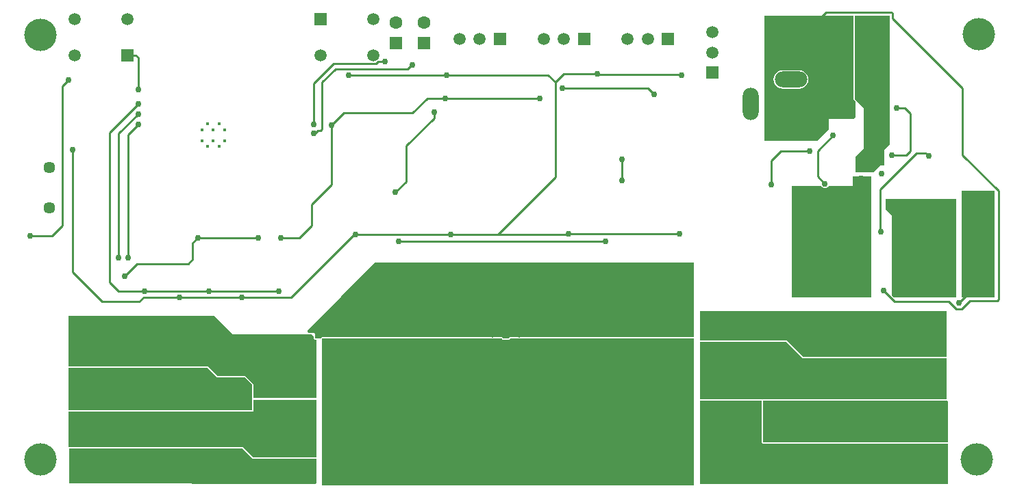
<source format=gbl>
G04*
G04 #@! TF.GenerationSoftware,Altium Limited,Altium Designer,25.8.1 (18)*
G04*
G04 Layer_Physical_Order=4*
G04 Layer_Color=16711680*
%FSLAX25Y25*%
%MOIN*%
G70*
G04*
G04 #@! TF.SameCoordinates,84D38476-EC8B-4E85-A8E5-E5852804B053*
G04*
G04*
G04 #@! TF.FilePolarity,Positive*
G04*
G01*
G75*
%ADD94C,0.09646*%
%ADD95R,0.09646X0.09646*%
%ADD104C,0.01000*%
%ADD105C,0.08268*%
%ADD106R,0.05937X0.05937*%
%ADD107C,0.05898*%
%ADD108R,0.05898X0.05898*%
%ADD109C,0.21323*%
%ADD110R,0.05937X0.05937*%
%ADD111O,0.15748X0.07874*%
%ADD112O,0.07874X0.15748*%
%ADD113R,0.06319X0.06319*%
%ADD114O,0.17717X0.07874*%
%ADD115R,0.19354X0.19354*%
%ADD116C,0.06319*%
%ADD117C,0.05937*%
%ADD118C,0.01575*%
%ADD119C,0.05709*%
%ADD120C,0.03000*%
%ADD121C,0.15748*%
G36*
X408282Y188618D02*
X408470Y188166D01*
X409306Y187330D01*
X409375Y179822D01*
X408416Y178855D01*
X396422D01*
Y173855D01*
X390922Y168355D01*
X364922D01*
Y229355D01*
X408282D01*
Y188618D01*
D02*
G37*
G36*
X425922Y166355D02*
X423422Y163855D01*
Y156355D01*
X421422D01*
X418422Y153355D01*
Y152855D01*
X409422D01*
Y160570D01*
X413422Y164570D01*
Y184118D01*
X408922Y188618D01*
Y229355D01*
X425922D01*
Y166355D01*
D02*
G37*
G36*
X416922Y91855D02*
X378422D01*
Y146355D01*
X392573D01*
X392649Y146171D01*
X393237Y145582D01*
X394006Y145264D01*
X394837D01*
X395606Y145582D01*
X396194Y146171D01*
X396270Y146355D01*
X407922D01*
Y150855D01*
X416922Y150855D01*
Y91855D01*
D02*
G37*
G36*
X476922D02*
X460922D01*
Y143855D01*
X476922D01*
Y91855D01*
D02*
G37*
G36*
X458422D02*
X427994D01*
X426922Y92927D01*
Y131855D01*
X423922Y134855D01*
Y139855D01*
X458422D01*
Y91855D01*
D02*
G37*
G36*
X330705Y72522D02*
X246340D01*
X246222Y72473D01*
X246095D01*
X245994Y72431D01*
X245416D01*
X245315Y72473D01*
X245188D01*
X245071Y72522D01*
X241261D01*
X241143Y72473D01*
X241016D01*
X240926Y72383D01*
X240809Y72334D01*
X240760Y72217D01*
X240670Y72127D01*
X240569Y71882D01*
X237841D01*
X237740Y72127D01*
X237650Y72217D01*
X237601Y72334D01*
X237484Y72383D01*
X237394Y72473D01*
X237267D01*
X237149Y72522D01*
X233340D01*
X233222Y72473D01*
X233095D01*
X232994Y72431D01*
X232416D01*
X232315Y72473D01*
X232188D01*
X232071Y72522D01*
X149705D01*
X149253Y72334D01*
X149066Y71882D01*
X146344D01*
Y73882D01*
X146157Y74334D01*
X145705Y74522D01*
X143058D01*
X142669Y75443D01*
X175205Y108882D01*
X330705D01*
Y72522D01*
D02*
G37*
G36*
Y382D02*
X149705D01*
Y71755D01*
X149742Y71845D01*
X149832Y71882D01*
X231944D01*
X231944Y71882D01*
X232071D01*
D01*
X232172Y71841D01*
X232172D01*
X232188Y71834D01*
X232315D01*
D01*
X232416Y71792D01*
X232994D01*
X233095Y71834D01*
X233222D01*
X233238Y71841D01*
X233238D01*
X233340Y71882D01*
X233467D01*
X233467Y71882D01*
X237022D01*
X237149D01*
D01*
X237149Y71882D01*
X237198Y71765D01*
X237198Y71765D01*
X237251Y71638D01*
X237341Y71548D01*
X237389Y71430D01*
X237507Y71382D01*
X237597Y71292D01*
X237724D01*
X237841Y71243D01*
X240569D01*
X240686Y71292D01*
X240813D01*
X240903Y71382D01*
X241021Y71430D01*
X241070Y71548D01*
X241160Y71638D01*
X241244Y71843D01*
X241261Y71882D01*
X241261Y71882D01*
X241388D01*
X244944D01*
X244944Y71882D01*
X245071D01*
D01*
X245172Y71841D01*
X245172D01*
X245188Y71834D01*
X245315D01*
D01*
X245416Y71792D01*
X245994D01*
X246095Y71834D01*
X246222D01*
X246238Y71841D01*
X246238D01*
X246340Y71882D01*
X246467D01*
X246467Y71882D01*
X330705D01*
Y382D01*
D02*
G37*
G36*
X453705Y63022D02*
X383832D01*
X383615Y63112D01*
X375892Y70834D01*
X375705Y71022D01*
X333500D01*
Y85382D01*
X453705D01*
Y63022D01*
D02*
G37*
G36*
X106205Y73882D02*
X144758Y73882D01*
X145705Y72935D01*
Y71882D01*
X145892Y71430D01*
X146344Y71243D01*
X147000D01*
Y43071D01*
X116426D01*
Y49662D01*
X112705Y53382D01*
X112253Y53570D01*
X99018D01*
X94205Y58382D01*
X26205D01*
X26197Y58390D01*
Y82882D01*
X97205D01*
X106205Y73882D01*
D02*
G37*
G36*
X383163Y62660D02*
X383281Y62611D01*
X383371Y62521D01*
X383588Y62431D01*
X383656D01*
X383705Y62382D01*
X453705D01*
Y42382D01*
X333500D01*
Y70382D01*
X375440D01*
X383163Y62660D01*
D02*
G37*
G36*
X98753Y52930D02*
X112253D01*
X115786Y49397D01*
Y42120D01*
X115753Y42086D01*
X115566Y41634D01*
Y37022D01*
X26205D01*
Y57743D01*
X93940D01*
X98753Y52930D01*
D02*
G37*
G36*
X454205Y41243D02*
Y21382D01*
X364403D01*
X364351Y21508D01*
Y41743D01*
X453705D01*
X454205Y41243D01*
D02*
G37*
G36*
X147000Y13985D02*
X116059D01*
X111162Y18882D01*
X26205D01*
Y36382D01*
X116205D01*
Y41507D01*
X116295Y41724D01*
X116453Y41882D01*
X147000D01*
Y13985D01*
D02*
G37*
G36*
X363586Y41547D02*
Y21118D01*
X363961Y20743D01*
X454205D01*
Y882D01*
X333500D01*
Y41743D01*
X334704D01*
X363586Y41547D01*
D02*
G37*
G36*
X115897Y13243D02*
X147000D01*
Y1518D01*
X146292Y811D01*
X26834Y1113D01*
X26705Y1242D01*
Y18243D01*
X110897D01*
X115897Y13243D01*
D02*
G37*
%LPC*%
G36*
X381827Y202760D02*
X373953D01*
X372771Y202604D01*
X371670Y202148D01*
X370724Y201423D01*
X369998Y200477D01*
X369542Y199375D01*
X369387Y198193D01*
X369542Y197011D01*
X369998Y195910D01*
X370724Y194964D01*
X371670Y194239D01*
X372771Y193782D01*
X373953Y193627D01*
X381827D01*
X383009Y193782D01*
X384110Y194239D01*
X385056Y194964D01*
X385782Y195910D01*
X386238Y197011D01*
X386394Y198193D01*
X386238Y199375D01*
X385782Y200477D01*
X385056Y201423D01*
X384110Y202148D01*
X383009Y202604D01*
X381827Y202760D01*
D02*
G37*
%LPD*%
D94*
X351733Y63575D02*
D03*
Y50190D02*
D03*
X128650Y49882D02*
D03*
Y63268D02*
D03*
X128677Y34575D02*
D03*
Y21190D02*
D03*
X167733Y34575D02*
D03*
X312678Y50190D02*
D03*
X167705Y63268D02*
D03*
X312678Y21190D02*
D03*
X351733D02*
D03*
Y34575D02*
D03*
D95*
X167733Y21190D02*
D03*
X312678Y63575D02*
D03*
X167705Y49882D02*
D03*
X312678Y34575D02*
D03*
D104*
X464677Y94355D02*
X465422D01*
X459705Y89382D02*
X464677Y94355D01*
X145705Y171882D02*
X146246D01*
X147661Y173297D01*
X149119D01*
X149705Y173882D01*
Y196882D01*
X156205Y203382D01*
X191463D01*
X193463Y205382D01*
X193705D01*
X162705Y200382D02*
X259705D01*
X145705Y176382D02*
Y196382D01*
X155205Y205882D01*
X176071D01*
X177071Y206882D01*
X180205D01*
X209863Y188950D02*
X255637D01*
X193705Y181882D02*
X200841Y189018D01*
X209796D01*
X255637Y188950D02*
X255705Y188882D01*
X209796Y189018D02*
X209863Y188950D01*
X235205Y122632D02*
X269705D01*
X269955Y122882D01*
X134705Y91882D02*
X165705Y122882D01*
X80205Y91882D02*
X110705D01*
X283955Y200632D02*
X324455D01*
X267205Y200882D02*
X283705D01*
X324455Y200632D02*
X324705Y200382D01*
X283705Y200882D02*
X283955Y200632D01*
X368205Y158638D02*
X372922Y163355D01*
X386922D01*
X368205Y146882D02*
Y158638D01*
X390922Y150855D02*
Y163355D01*
Y150855D02*
X394422Y147355D01*
X390922Y163355D02*
X398422Y170855D01*
X421422Y124127D02*
Y144691D01*
X458323Y86264D02*
X460831D01*
X454705Y89882D02*
X458323Y86264D01*
X460831D02*
X464922Y90355D01*
X428394Y89882D02*
X454705D01*
X422922Y95355D02*
X428394Y89882D01*
X426836Y230855D02*
X427422Y230269D01*
Y227855D02*
X461422Y193855D01*
X427422Y227855D02*
Y230269D01*
X478922Y90941D02*
Y143855D01*
X461422Y161355D02*
Y193855D01*
X464922Y90355D02*
X478336D01*
X478922Y90941D01*
X461422Y161355D02*
X478922Y143855D01*
X421422Y144691D02*
X439113Y162383D01*
X426922Y161355D02*
X433922D01*
X443394Y162383D02*
X444922Y160855D01*
X433922Y161355D02*
X435922Y163355D01*
X439113Y162383D02*
X443394D01*
X435922Y163355D02*
Y181769D01*
X433336Y184355D02*
X435922Y181769D01*
X429422Y184355D02*
X433336D01*
X421422Y124127D02*
X421693Y123855D01*
X394922Y230855D02*
X426836D01*
X391445Y227379D02*
X394922Y230855D01*
X263205Y196882D02*
X267205Y200882D01*
X50705Y171882D02*
X60205Y181382D01*
X50705Y111382D02*
Y171882D01*
X60205Y193382D02*
Y208882D01*
X59063Y210024D02*
X60205Y208882D01*
X55000Y210024D02*
X59063D01*
X23205Y194882D02*
X26205Y197882D01*
X18205Y121882D02*
X23205Y126882D01*
X7705Y121882D02*
X18205D01*
X23205Y126882D02*
Y194882D01*
X89174Y120964D02*
X118674D01*
X53705Y102382D02*
X59705Y108382D01*
X84619D01*
X86705Y110468D01*
Y118495D01*
X89174Y120964D01*
X50766Y94822D02*
X63205D01*
X46205Y99382D02*
X50766Y94822D01*
X46205Y99382D02*
Y172382D01*
X60205Y186382D01*
X186955Y119132D02*
X288455D01*
X63205Y94822D02*
X63235Y94852D01*
X94675D01*
X94705Y94882D01*
X128705D01*
X55205Y171382D02*
X60205Y176382D01*
X55205Y111382D02*
Y171382D01*
X60669Y89822D02*
X62910Y92063D01*
X42734Y89822D02*
X60669D01*
X62910Y92063D02*
X80205D01*
X28205Y104351D02*
Y163882D01*
Y104351D02*
X42734Y89822D01*
X110705Y91882D02*
X134705D01*
X165955Y122632D02*
X212455D01*
X165705Y122882D02*
X165955Y122632D01*
X212455D02*
X235205D01*
X263205Y150632D01*
Y196882D01*
X269955Y122882D02*
X323705D01*
X259705Y200382D02*
X263205Y196882D01*
X144705Y137382D02*
X154205Y146882D01*
Y175882D01*
X144705Y126882D02*
Y137382D01*
X138786Y120964D02*
X144705Y126882D01*
X129674Y120964D02*
X138786D01*
X204205Y179382D02*
Y182382D01*
X190705Y165882D02*
X204205Y179382D01*
X190705Y148382D02*
Y165882D01*
X185455Y143132D02*
X190705Y148382D01*
X308205Y193882D02*
X311205Y190882D01*
X266705Y193882D02*
X308205D01*
X295705Y148882D02*
Y159382D01*
X160205Y181882D02*
X193705D01*
X154205Y175882D02*
X160205Y181882D01*
D105*
X426205Y49382D02*
D03*
X391953D02*
D03*
X426205Y9382D02*
D03*
X391953D02*
D03*
Y29382D02*
D03*
X426205D02*
D03*
Y69382D02*
D03*
X391953D02*
D03*
X88205Y9382D02*
D03*
Y49382D02*
D03*
X53953D02*
D03*
Y9382D02*
D03*
X88205Y29382D02*
D03*
X53953D02*
D03*
X88205Y69382D02*
D03*
X53953D02*
D03*
D106*
X277205Y217882D02*
D03*
X236205D02*
D03*
X318048Y217815D02*
D03*
D107*
X29410Y227741D02*
D03*
X55000D02*
D03*
X174500D02*
D03*
X29410Y210024D02*
D03*
X174500D02*
D03*
X148910D02*
D03*
D108*
Y227741D02*
D03*
X55000Y210024D02*
D03*
D109*
X239205Y84382D02*
D03*
D110*
X339662Y201571D02*
D03*
D111*
X377890Y198193D02*
D03*
D112*
X358205Y186382D02*
D03*
D113*
X185705Y215882D02*
D03*
X199205D02*
D03*
D114*
X377890Y173784D02*
D03*
D115*
X239705Y49382D02*
D03*
D116*
X199205Y225882D02*
D03*
X185705D02*
D03*
D117*
X257520Y217882D02*
D03*
X267363D02*
D03*
X339662Y221256D02*
D03*
Y211414D02*
D03*
X216520Y217882D02*
D03*
X226363D02*
D03*
X308205Y217815D02*
D03*
X298363D02*
D03*
D118*
X99504Y165477D02*
D03*
X93993D02*
D03*
X99504Y176500D02*
D03*
X93993D02*
D03*
X102260Y168233D02*
D03*
X96748D02*
D03*
X91237D02*
D03*
X102260Y173745D02*
D03*
X91237D02*
D03*
X96748D02*
D03*
D119*
X17020Y135540D02*
D03*
Y155225D02*
D03*
D120*
X450418Y79808D02*
D03*
Y73902D02*
D03*
Y67997D02*
D03*
Y38469D02*
D03*
Y32563D02*
D03*
Y26658D02*
D03*
X444512Y79808D02*
D03*
Y73902D02*
D03*
Y67997D02*
D03*
Y38469D02*
D03*
Y32563D02*
D03*
Y26658D02*
D03*
X438607Y79808D02*
D03*
Y73902D02*
D03*
Y67997D02*
D03*
Y38469D02*
D03*
Y32563D02*
D03*
Y26658D02*
D03*
X432701Y79808D02*
D03*
Y73902D02*
D03*
Y67997D02*
D03*
Y38469D02*
D03*
Y32563D02*
D03*
Y26658D02*
D03*
X426795Y79808D02*
D03*
Y38469D02*
D03*
X420890Y79808D02*
D03*
Y73902D02*
D03*
Y38469D02*
D03*
Y32563D02*
D03*
X414985Y79808D02*
D03*
Y73902D02*
D03*
Y67997D02*
D03*
Y38469D02*
D03*
Y32563D02*
D03*
Y26658D02*
D03*
X409079Y79808D02*
D03*
Y73902D02*
D03*
Y67997D02*
D03*
Y38469D02*
D03*
Y32563D02*
D03*
Y26658D02*
D03*
X403173Y79808D02*
D03*
Y73902D02*
D03*
Y67997D02*
D03*
Y38469D02*
D03*
Y32563D02*
D03*
Y26658D02*
D03*
X397268Y79808D02*
D03*
Y73902D02*
D03*
Y38469D02*
D03*
Y32563D02*
D03*
X391362Y79808D02*
D03*
Y38469D02*
D03*
X385457Y79808D02*
D03*
Y73902D02*
D03*
Y67997D02*
D03*
Y38469D02*
D03*
Y32563D02*
D03*
Y26658D02*
D03*
X379551Y79808D02*
D03*
Y73902D02*
D03*
Y38469D02*
D03*
X373646D02*
D03*
X367740D02*
D03*
X361835Y79808D02*
D03*
Y73902D02*
D03*
X355929Y79808D02*
D03*
Y73902D02*
D03*
X350024Y79808D02*
D03*
Y73902D02*
D03*
X344118Y79808D02*
D03*
Y73902D02*
D03*
X338213Y79808D02*
D03*
Y73902D02*
D03*
X450418Y56185D02*
D03*
Y50280D02*
D03*
Y44374D02*
D03*
X444512Y56185D02*
D03*
Y50280D02*
D03*
Y44374D02*
D03*
X438607Y56185D02*
D03*
Y50280D02*
D03*
Y44374D02*
D03*
X432701Y56185D02*
D03*
Y50280D02*
D03*
Y44374D02*
D03*
X426795Y56185D02*
D03*
X420890D02*
D03*
Y44374D02*
D03*
X414985Y56185D02*
D03*
Y50280D02*
D03*
Y44374D02*
D03*
X409079Y56185D02*
D03*
Y50280D02*
D03*
Y44374D02*
D03*
X403173Y56185D02*
D03*
Y50280D02*
D03*
Y44374D02*
D03*
X397268Y56185D02*
D03*
Y44374D02*
D03*
X391362Y56185D02*
D03*
X385457D02*
D03*
Y50280D02*
D03*
Y44374D02*
D03*
X379551Y62091D02*
D03*
Y56185D02*
D03*
Y50280D02*
D03*
Y44374D02*
D03*
X373646Y50280D02*
D03*
Y44374D02*
D03*
X367740Y50280D02*
D03*
Y44374D02*
D03*
X361835Y62091D02*
D03*
Y56185D02*
D03*
Y50280D02*
D03*
Y44374D02*
D03*
X355929Y56185D02*
D03*
Y44374D02*
D03*
X344118Y62091D02*
D03*
Y56185D02*
D03*
Y50280D02*
D03*
Y44374D02*
D03*
X338213Y62091D02*
D03*
Y56185D02*
D03*
Y50280D02*
D03*
Y44374D02*
D03*
X108405Y39500D02*
D03*
X102500D02*
D03*
X107970Y15218D02*
D03*
X102065D02*
D03*
X143403Y9313D02*
D03*
Y3407D02*
D03*
X137498Y9313D02*
D03*
Y3407D02*
D03*
X131592Y9313D02*
D03*
Y3407D02*
D03*
X125687Y9313D02*
D03*
Y3407D02*
D03*
X119781Y9313D02*
D03*
Y3407D02*
D03*
X113876Y44745D02*
D03*
Y9313D02*
D03*
Y3407D02*
D03*
X96159Y50651D02*
D03*
Y44745D02*
D03*
Y15218D02*
D03*
Y9313D02*
D03*
Y3407D02*
D03*
X90254D02*
D03*
X84348Y44745D02*
D03*
Y15218D02*
D03*
Y3407D02*
D03*
X78443Y50651D02*
D03*
Y44745D02*
D03*
Y15218D02*
D03*
Y9313D02*
D03*
Y3407D02*
D03*
X72537Y50651D02*
D03*
Y44745D02*
D03*
Y15218D02*
D03*
Y9313D02*
D03*
Y3407D02*
D03*
X66632Y50651D02*
D03*
Y44745D02*
D03*
Y15218D02*
D03*
Y9313D02*
D03*
Y3407D02*
D03*
X60726Y50651D02*
D03*
Y44745D02*
D03*
Y15218D02*
D03*
Y9313D02*
D03*
Y3407D02*
D03*
X54821D02*
D03*
X48915Y44745D02*
D03*
Y15218D02*
D03*
Y3407D02*
D03*
X43009Y50651D02*
D03*
Y44745D02*
D03*
Y15218D02*
D03*
Y9313D02*
D03*
Y3407D02*
D03*
X37104Y50651D02*
D03*
Y44745D02*
D03*
Y15218D02*
D03*
Y9313D02*
D03*
Y3407D02*
D03*
X31198Y50651D02*
D03*
Y44745D02*
D03*
Y15218D02*
D03*
Y9313D02*
D03*
Y3407D02*
D03*
X326402Y101461D02*
D03*
Y93587D02*
D03*
Y85713D02*
D03*
Y77839D02*
D03*
X318528Y101461D02*
D03*
Y93587D02*
D03*
Y85713D02*
D03*
Y77839D02*
D03*
X310654Y101461D02*
D03*
Y93587D02*
D03*
Y85713D02*
D03*
Y77839D02*
D03*
X302780Y101461D02*
D03*
Y93587D02*
D03*
Y85713D02*
D03*
Y77839D02*
D03*
X294906Y101461D02*
D03*
Y93587D02*
D03*
Y85713D02*
D03*
Y77839D02*
D03*
X287032Y101461D02*
D03*
Y93587D02*
D03*
Y85713D02*
D03*
Y77839D02*
D03*
X279158Y101461D02*
D03*
Y93587D02*
D03*
Y85713D02*
D03*
Y77839D02*
D03*
X271284Y101461D02*
D03*
Y93587D02*
D03*
Y85713D02*
D03*
Y77839D02*
D03*
X263410Y101461D02*
D03*
Y93587D02*
D03*
Y85713D02*
D03*
Y77839D02*
D03*
X255536Y101461D02*
D03*
Y93587D02*
D03*
Y85713D02*
D03*
Y77839D02*
D03*
X247662Y101461D02*
D03*
X239788D02*
D03*
X231914D02*
D03*
X224040D02*
D03*
Y93587D02*
D03*
Y85713D02*
D03*
Y77839D02*
D03*
X216166Y101461D02*
D03*
Y93587D02*
D03*
Y85713D02*
D03*
Y77839D02*
D03*
X208292Y101461D02*
D03*
Y93587D02*
D03*
Y85713D02*
D03*
Y77839D02*
D03*
X200418Y101461D02*
D03*
Y93587D02*
D03*
Y85713D02*
D03*
Y77839D02*
D03*
X192544Y101461D02*
D03*
Y93587D02*
D03*
Y85713D02*
D03*
Y77839D02*
D03*
X184670Y101461D02*
D03*
Y93587D02*
D03*
Y85713D02*
D03*
Y77839D02*
D03*
X176796Y101461D02*
D03*
Y93587D02*
D03*
Y85713D02*
D03*
Y77839D02*
D03*
X168922Y93587D02*
D03*
Y85713D02*
D03*
Y77839D02*
D03*
X161048Y85713D02*
D03*
Y77839D02*
D03*
X153174D02*
D03*
X470422Y107855D02*
D03*
Y104355D02*
D03*
Y114855D02*
D03*
Y111355D02*
D03*
Y119355D02*
D03*
Y129855D02*
D03*
Y122855D02*
D03*
Y126355D02*
D03*
X421922Y186855D02*
D03*
X418922Y193355D02*
D03*
Y190355D02*
D03*
Y226355D02*
D03*
Y223355D02*
D03*
X415422Y183855D02*
D03*
X412135Y156641D02*
D03*
X421922Y152355D02*
D03*
X405806Y142669D02*
D03*
X412000Y150000D02*
D03*
X418922Y214355D02*
D03*
Y211355D02*
D03*
Y217355D02*
D03*
Y208355D02*
D03*
Y205355D02*
D03*
Y202355D02*
D03*
Y199355D02*
D03*
Y196355D02*
D03*
Y220355D02*
D03*
X459705Y89382D02*
D03*
X450418Y14847D02*
D03*
Y8941D02*
D03*
Y3036D02*
D03*
X444512Y14847D02*
D03*
Y8941D02*
D03*
Y3036D02*
D03*
X438607Y14847D02*
D03*
Y8941D02*
D03*
Y3036D02*
D03*
X432701Y14847D02*
D03*
Y8941D02*
D03*
Y3036D02*
D03*
X426795D02*
D03*
X420890Y14847D02*
D03*
Y3036D02*
D03*
X414985Y14847D02*
D03*
Y8941D02*
D03*
Y3036D02*
D03*
X409079Y14847D02*
D03*
Y8941D02*
D03*
Y3036D02*
D03*
X403173Y14847D02*
D03*
Y8941D02*
D03*
Y3036D02*
D03*
X397268Y14847D02*
D03*
Y3036D02*
D03*
X391362D02*
D03*
X385457Y14847D02*
D03*
Y8941D02*
D03*
Y3036D02*
D03*
X379551D02*
D03*
X373646D02*
D03*
X367740D02*
D03*
X361835Y38469D02*
D03*
Y32563D02*
D03*
Y26658D02*
D03*
Y20752D02*
D03*
Y14847D02*
D03*
Y8941D02*
D03*
Y3036D02*
D03*
X355929Y26658D02*
D03*
Y14847D02*
D03*
Y8941D02*
D03*
Y3036D02*
D03*
X350024Y8941D02*
D03*
Y3036D02*
D03*
X344118Y38469D02*
D03*
Y32563D02*
D03*
Y26658D02*
D03*
Y20752D02*
D03*
Y14847D02*
D03*
Y8941D02*
D03*
Y3036D02*
D03*
X338213Y38469D02*
D03*
Y32563D02*
D03*
Y26658D02*
D03*
Y20752D02*
D03*
Y14847D02*
D03*
Y8941D02*
D03*
Y3036D02*
D03*
X143331Y67997D02*
D03*
Y62091D02*
D03*
Y56185D02*
D03*
Y50280D02*
D03*
X137425Y67997D02*
D03*
Y62091D02*
D03*
Y56185D02*
D03*
Y50280D02*
D03*
X131520Y56185D02*
D03*
X125615D02*
D03*
X119709Y67997D02*
D03*
Y62091D02*
D03*
Y56185D02*
D03*
Y50280D02*
D03*
X113804Y67997D02*
D03*
Y62091D02*
D03*
Y56185D02*
D03*
X107898D02*
D03*
X101992Y73902D02*
D03*
Y56185D02*
D03*
X96087Y79808D02*
D03*
Y73902D02*
D03*
Y67997D02*
D03*
Y62091D02*
D03*
X90181Y79808D02*
D03*
Y62091D02*
D03*
X84276Y79808D02*
D03*
Y62091D02*
D03*
X78370Y79808D02*
D03*
Y73902D02*
D03*
Y67997D02*
D03*
Y62091D02*
D03*
X72465Y79808D02*
D03*
Y73902D02*
D03*
Y67997D02*
D03*
Y62091D02*
D03*
X66559Y79808D02*
D03*
Y73902D02*
D03*
Y67997D02*
D03*
Y62091D02*
D03*
X60654Y79808D02*
D03*
Y73902D02*
D03*
Y67997D02*
D03*
Y62091D02*
D03*
X54748Y79808D02*
D03*
Y62091D02*
D03*
X48843Y79808D02*
D03*
Y73902D02*
D03*
Y62091D02*
D03*
X42937Y79808D02*
D03*
Y73902D02*
D03*
Y67997D02*
D03*
Y62091D02*
D03*
X37032Y79808D02*
D03*
Y73902D02*
D03*
Y67997D02*
D03*
Y62091D02*
D03*
X31126Y79808D02*
D03*
Y73902D02*
D03*
Y67997D02*
D03*
Y62091D02*
D03*
X137425Y38469D02*
D03*
Y32563D02*
D03*
Y26658D02*
D03*
Y20752D02*
D03*
X119709Y38469D02*
D03*
Y32563D02*
D03*
Y26658D02*
D03*
Y20752D02*
D03*
X113804Y32563D02*
D03*
Y26658D02*
D03*
Y20752D02*
D03*
X107898Y32563D02*
D03*
X101992D02*
D03*
X96087D02*
D03*
Y26658D02*
D03*
Y20752D02*
D03*
X90181D02*
D03*
X84276D02*
D03*
X78370Y32563D02*
D03*
Y26658D02*
D03*
Y20752D02*
D03*
X72465Y32563D02*
D03*
Y26658D02*
D03*
Y20752D02*
D03*
X66559Y32563D02*
D03*
Y26658D02*
D03*
Y20752D02*
D03*
X60654Y32563D02*
D03*
Y26658D02*
D03*
Y20752D02*
D03*
X54748D02*
D03*
X48843D02*
D03*
X42937Y32563D02*
D03*
Y26658D02*
D03*
Y20752D02*
D03*
X37032Y32563D02*
D03*
Y26658D02*
D03*
Y20752D02*
D03*
X31126Y32563D02*
D03*
Y26658D02*
D03*
Y20752D02*
D03*
X452387Y132957D02*
D03*
Y101461D02*
D03*
Y93587D02*
D03*
X444513Y132957D02*
D03*
Y125083D02*
D03*
Y117209D02*
D03*
Y109335D02*
D03*
Y101461D02*
D03*
Y93587D02*
D03*
X436638Y132957D02*
D03*
Y125083D02*
D03*
Y117209D02*
D03*
Y109335D02*
D03*
Y101461D02*
D03*
Y93587D02*
D03*
X428764Y132957D02*
D03*
Y93587D02*
D03*
X326402Y69965D02*
D03*
Y62091D02*
D03*
Y54217D02*
D03*
Y46343D02*
D03*
Y38469D02*
D03*
Y30595D02*
D03*
Y22721D02*
D03*
Y14847D02*
D03*
Y6973D02*
D03*
X318528Y54217D02*
D03*
Y46343D02*
D03*
Y14847D02*
D03*
Y6973D02*
D03*
X310654D02*
D03*
X302780Y69965D02*
D03*
Y62091D02*
D03*
Y54217D02*
D03*
Y46343D02*
D03*
Y38469D02*
D03*
Y30595D02*
D03*
Y22721D02*
D03*
Y14847D02*
D03*
Y6973D02*
D03*
X294906Y69965D02*
D03*
Y62091D02*
D03*
Y54217D02*
D03*
Y46343D02*
D03*
Y38469D02*
D03*
Y30595D02*
D03*
Y22721D02*
D03*
Y14847D02*
D03*
Y6973D02*
D03*
X287032Y69965D02*
D03*
Y62091D02*
D03*
Y54217D02*
D03*
Y46343D02*
D03*
Y38469D02*
D03*
Y30595D02*
D03*
Y22721D02*
D03*
Y14847D02*
D03*
Y6973D02*
D03*
X279158Y69965D02*
D03*
Y62091D02*
D03*
Y54217D02*
D03*
Y46343D02*
D03*
Y38469D02*
D03*
Y30595D02*
D03*
Y22721D02*
D03*
Y14847D02*
D03*
Y6973D02*
D03*
X271284Y69965D02*
D03*
Y62091D02*
D03*
Y54217D02*
D03*
Y46343D02*
D03*
Y38469D02*
D03*
Y30595D02*
D03*
Y22721D02*
D03*
Y14847D02*
D03*
Y6973D02*
D03*
X263410Y69965D02*
D03*
Y62091D02*
D03*
Y54217D02*
D03*
Y46343D02*
D03*
Y38469D02*
D03*
Y30595D02*
D03*
Y22721D02*
D03*
Y14847D02*
D03*
Y6973D02*
D03*
X255536Y69965D02*
D03*
Y62091D02*
D03*
Y54217D02*
D03*
Y46343D02*
D03*
Y38469D02*
D03*
Y30595D02*
D03*
Y22721D02*
D03*
Y14847D02*
D03*
Y6973D02*
D03*
X247662Y69965D02*
D03*
Y62091D02*
D03*
Y30595D02*
D03*
Y22721D02*
D03*
Y14847D02*
D03*
Y6973D02*
D03*
X239788Y62091D02*
D03*
Y30595D02*
D03*
Y22721D02*
D03*
Y14847D02*
D03*
Y6973D02*
D03*
X231914Y69965D02*
D03*
Y62091D02*
D03*
Y30595D02*
D03*
Y22721D02*
D03*
Y14847D02*
D03*
Y6973D02*
D03*
X224040Y69965D02*
D03*
Y62091D02*
D03*
Y54217D02*
D03*
Y46343D02*
D03*
Y38469D02*
D03*
Y30595D02*
D03*
Y22721D02*
D03*
Y14847D02*
D03*
Y6973D02*
D03*
X216166Y69965D02*
D03*
Y62091D02*
D03*
Y54217D02*
D03*
Y46343D02*
D03*
Y38469D02*
D03*
Y30595D02*
D03*
Y22721D02*
D03*
Y14847D02*
D03*
Y6973D02*
D03*
X208292Y69965D02*
D03*
Y62091D02*
D03*
Y54217D02*
D03*
Y46343D02*
D03*
Y38469D02*
D03*
Y30595D02*
D03*
Y22721D02*
D03*
Y14847D02*
D03*
Y6973D02*
D03*
X200418Y69965D02*
D03*
Y62091D02*
D03*
Y54217D02*
D03*
Y46343D02*
D03*
Y38469D02*
D03*
Y30595D02*
D03*
Y22721D02*
D03*
Y14847D02*
D03*
Y6973D02*
D03*
X192544Y69965D02*
D03*
Y62091D02*
D03*
Y54217D02*
D03*
Y46343D02*
D03*
Y38469D02*
D03*
Y30595D02*
D03*
Y22721D02*
D03*
Y14847D02*
D03*
Y6973D02*
D03*
X184670Y69965D02*
D03*
Y62091D02*
D03*
Y54217D02*
D03*
Y46343D02*
D03*
Y38469D02*
D03*
Y30595D02*
D03*
Y22721D02*
D03*
Y14847D02*
D03*
Y6973D02*
D03*
X176796Y69965D02*
D03*
Y62091D02*
D03*
Y54217D02*
D03*
Y46343D02*
D03*
Y38469D02*
D03*
Y30595D02*
D03*
Y22721D02*
D03*
Y14847D02*
D03*
Y6973D02*
D03*
X168922D02*
D03*
X161048Y69965D02*
D03*
Y38469D02*
D03*
Y30595D02*
D03*
Y14847D02*
D03*
Y6973D02*
D03*
X153174Y69965D02*
D03*
Y62091D02*
D03*
Y54217D02*
D03*
Y46343D02*
D03*
Y38469D02*
D03*
Y30595D02*
D03*
Y22721D02*
D03*
Y14847D02*
D03*
Y6973D02*
D03*
X145705Y176382D02*
D03*
Y171882D02*
D03*
X180205Y206882D02*
D03*
X193705Y205382D02*
D03*
X210205Y200382D02*
D03*
X209796Y189018D02*
D03*
X324705Y200382D02*
D03*
X429422Y184355D02*
D03*
X394422Y147355D02*
D03*
X398422Y170855D02*
D03*
X368205Y146882D02*
D03*
X386922Y163355D02*
D03*
X422922Y95355D02*
D03*
X429922Y107355D02*
D03*
Y113855D02*
D03*
Y110855D02*
D03*
Y103855D02*
D03*
X448422Y114855D02*
D03*
Y125355D02*
D03*
Y122355D02*
D03*
Y119355D02*
D03*
Y128355D02*
D03*
X429922Y118355D02*
D03*
X421693Y123855D02*
D03*
X444922Y160855D02*
D03*
X429922Y121355D02*
D03*
X426922Y161355D02*
D03*
X429922Y127355D02*
D03*
Y124355D02*
D03*
X448422Y108355D02*
D03*
Y111855D02*
D03*
Y104855D02*
D03*
X283705Y200882D02*
D03*
X162705Y200382D02*
D03*
X60205Y181382D02*
D03*
X50705Y111382D02*
D03*
X60205Y193382D02*
D03*
X26205Y197882D02*
D03*
X7705Y121882D02*
D03*
X89174Y120964D02*
D03*
X118674D02*
D03*
X53705Y102382D02*
D03*
X63205Y94822D02*
D03*
X60205Y186382D02*
D03*
X186955Y119132D02*
D03*
X287705Y119382D02*
D03*
X94705Y94882D02*
D03*
X128705D02*
D03*
X60205Y176382D02*
D03*
X55205Y111382D02*
D03*
X80205Y92063D02*
D03*
X110705Y91882D02*
D03*
X165955Y122632D02*
D03*
X212455D02*
D03*
X28205Y163882D02*
D03*
X269705Y122882D02*
D03*
X323705D02*
D03*
X129674Y120964D02*
D03*
X204205Y182382D02*
D03*
X185455Y143132D02*
D03*
X311205Y190882D02*
D03*
X266705Y193882D02*
D03*
X295705Y148882D02*
D03*
Y159382D02*
D03*
X255705Y188882D02*
D03*
X154205Y175882D02*
D03*
D121*
X12705Y219882D02*
D03*
X469205Y220382D02*
D03*
X468205Y12882D02*
D03*
X12705D02*
D03*
M02*

</source>
